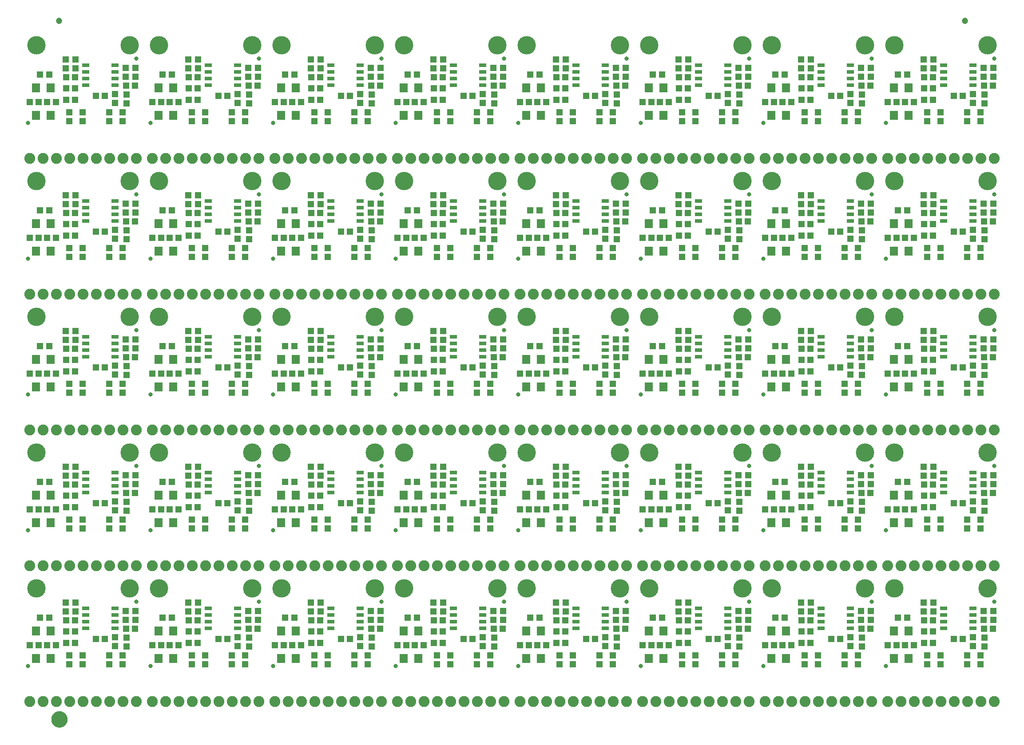
<source format=gts>
G75*
%MOIN*%
%OFA0B0*%
%FSLAX25Y25*%
%IPPOS*%
%LPD*%
%AMOC8*
5,1,8,0,0,1.08239X$1,22.5*
%
%ADD10R,0.06312X0.07099*%
%ADD11R,0.05131X0.04737*%
%ADD12R,0.04737X0.05131*%
%ADD13C,0.08200*%
%ADD14R,0.05524X0.03162*%
%ADD15C,0.13800*%
%ADD16C,0.03300*%
%ADD17C,0.04737*%
%ADD18C,0.05000*%
%ADD19C,0.06706*%
D10*
X0038338Y0066250D03*
X0049362Y0066250D03*
X0049362Y0086750D03*
X0038338Y0086750D03*
X0130338Y0086750D03*
X0141362Y0086750D03*
X0141362Y0066250D03*
X0130338Y0066250D03*
X0222338Y0066250D03*
X0233362Y0066250D03*
X0233362Y0086750D03*
X0222338Y0086750D03*
X0314338Y0086750D03*
X0325362Y0086750D03*
X0325362Y0066250D03*
X0314338Y0066250D03*
X0406338Y0066250D03*
X0417362Y0066250D03*
X0417362Y0086750D03*
X0406338Y0086750D03*
X0498338Y0086750D03*
X0509362Y0086750D03*
X0509362Y0066250D03*
X0498338Y0066250D03*
X0590338Y0066250D03*
X0601362Y0066250D03*
X0601362Y0086750D03*
X0590338Y0086750D03*
X0682338Y0086750D03*
X0693362Y0086750D03*
X0693362Y0066250D03*
X0682338Y0066250D03*
X0682338Y0168250D03*
X0693362Y0168250D03*
X0693362Y0188750D03*
X0682338Y0188750D03*
X0601362Y0188750D03*
X0590338Y0188750D03*
X0590338Y0168250D03*
X0601362Y0168250D03*
X0509362Y0168250D03*
X0498338Y0168250D03*
X0498338Y0188750D03*
X0509362Y0188750D03*
X0417362Y0188750D03*
X0406338Y0188750D03*
X0406338Y0168250D03*
X0417362Y0168250D03*
X0325362Y0168250D03*
X0314338Y0168250D03*
X0314338Y0188750D03*
X0325362Y0188750D03*
X0233362Y0188750D03*
X0222338Y0188750D03*
X0222338Y0168250D03*
X0233362Y0168250D03*
X0141362Y0168250D03*
X0130338Y0168250D03*
X0130338Y0188750D03*
X0141362Y0188750D03*
X0049362Y0188750D03*
X0038338Y0188750D03*
X0038338Y0168250D03*
X0049362Y0168250D03*
X0049362Y0270250D03*
X0038338Y0270250D03*
X0038338Y0290750D03*
X0049362Y0290750D03*
X0130338Y0290750D03*
X0141362Y0290750D03*
X0141362Y0270250D03*
X0130338Y0270250D03*
X0222338Y0270250D03*
X0233362Y0270250D03*
X0233362Y0290750D03*
X0222338Y0290750D03*
X0314338Y0290750D03*
X0325362Y0290750D03*
X0325362Y0270250D03*
X0314338Y0270250D03*
X0406338Y0270250D03*
X0417362Y0270250D03*
X0417362Y0290750D03*
X0406338Y0290750D03*
X0498338Y0290750D03*
X0509362Y0290750D03*
X0509362Y0270250D03*
X0498338Y0270250D03*
X0590338Y0270250D03*
X0601362Y0270250D03*
X0601362Y0290750D03*
X0590338Y0290750D03*
X0682338Y0290750D03*
X0693362Y0290750D03*
X0693362Y0270250D03*
X0682338Y0270250D03*
X0682338Y0372250D03*
X0693362Y0372250D03*
X0693362Y0392750D03*
X0682338Y0392750D03*
X0601362Y0392750D03*
X0590338Y0392750D03*
X0590338Y0372250D03*
X0601362Y0372250D03*
X0509362Y0372250D03*
X0498338Y0372250D03*
X0498338Y0392750D03*
X0509362Y0392750D03*
X0417362Y0392750D03*
X0406338Y0392750D03*
X0406338Y0372250D03*
X0417362Y0372250D03*
X0325362Y0372250D03*
X0314338Y0372250D03*
X0314338Y0392750D03*
X0325362Y0392750D03*
X0233362Y0392750D03*
X0222338Y0392750D03*
X0222338Y0372250D03*
X0233362Y0372250D03*
X0141362Y0372250D03*
X0130338Y0372250D03*
X0130338Y0392750D03*
X0141362Y0392750D03*
X0049362Y0392750D03*
X0038338Y0392750D03*
X0038338Y0372250D03*
X0049362Y0372250D03*
X0049362Y0474250D03*
X0038338Y0474250D03*
X0038338Y0494750D03*
X0049362Y0494750D03*
X0130338Y0494750D03*
X0141362Y0494750D03*
X0141362Y0474250D03*
X0130338Y0474250D03*
X0222338Y0474250D03*
X0233362Y0474250D03*
X0233362Y0494750D03*
X0222338Y0494750D03*
X0314338Y0494750D03*
X0325362Y0494750D03*
X0325362Y0474250D03*
X0314338Y0474250D03*
X0406338Y0474250D03*
X0417362Y0474250D03*
X0417362Y0494750D03*
X0406338Y0494750D03*
X0498338Y0494750D03*
X0509362Y0494750D03*
X0509362Y0474250D03*
X0498338Y0474250D03*
X0590338Y0474250D03*
X0601362Y0474250D03*
X0601362Y0494750D03*
X0590338Y0494750D03*
X0682338Y0494750D03*
X0693362Y0494750D03*
X0693362Y0474250D03*
X0682338Y0474250D03*
D11*
X0684396Y0484250D03*
X0690804Y0484250D03*
X0697496Y0484250D03*
X0704904Y0485850D03*
X0711596Y0485850D03*
X0711596Y0494350D03*
X0704904Y0494350D03*
X0704904Y0502850D03*
X0711596Y0502850D03*
X0692196Y0504750D03*
X0685504Y0504750D03*
X0664596Y0496550D03*
X0657904Y0496550D03*
X0642096Y0488850D03*
X0635404Y0488850D03*
X0619596Y0485850D03*
X0612904Y0485850D03*
X0605496Y0484250D03*
X0598804Y0484250D03*
X0592396Y0484250D03*
X0585704Y0484250D03*
X0572596Y0496550D03*
X0565904Y0496550D03*
X0550096Y0488850D03*
X0543404Y0488850D03*
X0527596Y0485850D03*
X0520904Y0485850D03*
X0513496Y0484250D03*
X0506804Y0484250D03*
X0500396Y0484250D03*
X0493704Y0484250D03*
X0480596Y0496550D03*
X0473904Y0496550D03*
X0458096Y0488850D03*
X0451404Y0488850D03*
X0435596Y0485850D03*
X0428904Y0485850D03*
X0421496Y0484250D03*
X0414804Y0484250D03*
X0408396Y0484250D03*
X0401704Y0484250D03*
X0388596Y0496550D03*
X0381904Y0496550D03*
X0366096Y0488850D03*
X0359404Y0488850D03*
X0343596Y0485850D03*
X0336904Y0485850D03*
X0329496Y0484250D03*
X0322804Y0484250D03*
X0316396Y0484250D03*
X0309704Y0484250D03*
X0296596Y0496550D03*
X0289904Y0496550D03*
X0274096Y0488850D03*
X0267404Y0488850D03*
X0251596Y0485850D03*
X0244904Y0485850D03*
X0237496Y0484250D03*
X0230804Y0484250D03*
X0224396Y0484250D03*
X0217704Y0484250D03*
X0204596Y0496550D03*
X0197904Y0496550D03*
X0182096Y0488850D03*
X0175404Y0488850D03*
X0159596Y0485850D03*
X0152904Y0485850D03*
X0145496Y0484250D03*
X0138804Y0484250D03*
X0132396Y0484250D03*
X0125704Y0484250D03*
X0112596Y0496550D03*
X0105904Y0496550D03*
X0090096Y0488850D03*
X0083404Y0488850D03*
X0067596Y0485850D03*
X0060904Y0485850D03*
X0053496Y0484250D03*
X0046804Y0484250D03*
X0040396Y0484250D03*
X0033704Y0484250D03*
X0041504Y0504750D03*
X0048196Y0504750D03*
X0060904Y0502850D03*
X0067596Y0502850D03*
X0067596Y0494350D03*
X0060904Y0494350D03*
X0133504Y0504750D03*
X0140196Y0504750D03*
X0152904Y0502850D03*
X0159596Y0502850D03*
X0159596Y0494350D03*
X0152904Y0494350D03*
X0225504Y0504750D03*
X0232196Y0504750D03*
X0244904Y0502850D03*
X0251596Y0502850D03*
X0251596Y0494350D03*
X0244904Y0494350D03*
X0317504Y0504750D03*
X0324196Y0504750D03*
X0336904Y0502850D03*
X0343596Y0502850D03*
X0343596Y0494350D03*
X0336904Y0494350D03*
X0409504Y0504750D03*
X0416196Y0504750D03*
X0428904Y0502850D03*
X0435596Y0502850D03*
X0435596Y0494350D03*
X0428904Y0494350D03*
X0501504Y0504750D03*
X0508196Y0504750D03*
X0520904Y0502850D03*
X0527596Y0502850D03*
X0527596Y0494350D03*
X0520904Y0494350D03*
X0593504Y0504750D03*
X0600196Y0504750D03*
X0612904Y0502850D03*
X0619596Y0502850D03*
X0619596Y0494350D03*
X0612904Y0494350D03*
X0677704Y0484250D03*
X0727404Y0488850D03*
X0734096Y0488850D03*
X0749904Y0496550D03*
X0756596Y0496550D03*
X0711596Y0400850D03*
X0704904Y0400850D03*
X0704904Y0392350D03*
X0711596Y0392350D03*
X0711596Y0383850D03*
X0704904Y0383850D03*
X0697496Y0382250D03*
X0690804Y0382250D03*
X0684396Y0382250D03*
X0677704Y0382250D03*
X0664596Y0394550D03*
X0657904Y0394550D03*
X0642096Y0386850D03*
X0635404Y0386850D03*
X0619596Y0383850D03*
X0612904Y0383850D03*
X0605496Y0382250D03*
X0598804Y0382250D03*
X0592396Y0382250D03*
X0585704Y0382250D03*
X0572596Y0394550D03*
X0565904Y0394550D03*
X0550096Y0386850D03*
X0543404Y0386850D03*
X0527596Y0383850D03*
X0520904Y0383850D03*
X0513496Y0382250D03*
X0506804Y0382250D03*
X0500396Y0382250D03*
X0493704Y0382250D03*
X0480596Y0394550D03*
X0473904Y0394550D03*
X0458096Y0386850D03*
X0451404Y0386850D03*
X0435596Y0383850D03*
X0428904Y0383850D03*
X0421496Y0382250D03*
X0414804Y0382250D03*
X0408396Y0382250D03*
X0401704Y0382250D03*
X0388596Y0394550D03*
X0381904Y0394550D03*
X0366096Y0386850D03*
X0359404Y0386850D03*
X0343596Y0383850D03*
X0336904Y0383850D03*
X0329496Y0382250D03*
X0322804Y0382250D03*
X0316396Y0382250D03*
X0309704Y0382250D03*
X0296596Y0394550D03*
X0289904Y0394550D03*
X0274096Y0386850D03*
X0267404Y0386850D03*
X0251596Y0383850D03*
X0244904Y0383850D03*
X0237496Y0382250D03*
X0230804Y0382250D03*
X0224396Y0382250D03*
X0217704Y0382250D03*
X0204596Y0394550D03*
X0197904Y0394550D03*
X0182096Y0386850D03*
X0175404Y0386850D03*
X0159596Y0383850D03*
X0152904Y0383850D03*
X0145496Y0382250D03*
X0138804Y0382250D03*
X0132396Y0382250D03*
X0125704Y0382250D03*
X0112596Y0394550D03*
X0105904Y0394550D03*
X0090096Y0386850D03*
X0083404Y0386850D03*
X0067596Y0383850D03*
X0060904Y0383850D03*
X0053496Y0382250D03*
X0046804Y0382250D03*
X0040396Y0382250D03*
X0033704Y0382250D03*
X0041504Y0402750D03*
X0048196Y0402750D03*
X0060904Y0400850D03*
X0067596Y0400850D03*
X0067596Y0392350D03*
X0060904Y0392350D03*
X0133504Y0402750D03*
X0140196Y0402750D03*
X0152904Y0400850D03*
X0159596Y0400850D03*
X0159596Y0392350D03*
X0152904Y0392350D03*
X0225504Y0402750D03*
X0232196Y0402750D03*
X0244904Y0400850D03*
X0251596Y0400850D03*
X0251596Y0392350D03*
X0244904Y0392350D03*
X0317504Y0402750D03*
X0324196Y0402750D03*
X0336904Y0400850D03*
X0343596Y0400850D03*
X0343596Y0392350D03*
X0336904Y0392350D03*
X0409504Y0402750D03*
X0416196Y0402750D03*
X0428904Y0400850D03*
X0435596Y0400850D03*
X0435596Y0392350D03*
X0428904Y0392350D03*
X0501504Y0402750D03*
X0508196Y0402750D03*
X0520904Y0400850D03*
X0527596Y0400850D03*
X0527596Y0392350D03*
X0520904Y0392350D03*
X0593504Y0402750D03*
X0600196Y0402750D03*
X0612904Y0400850D03*
X0619596Y0400850D03*
X0619596Y0392350D03*
X0612904Y0392350D03*
X0685504Y0402750D03*
X0692196Y0402750D03*
X0727404Y0386850D03*
X0734096Y0386850D03*
X0749904Y0394550D03*
X0756596Y0394550D03*
X0711596Y0298850D03*
X0704904Y0298850D03*
X0704904Y0290350D03*
X0711596Y0290350D03*
X0711596Y0281850D03*
X0704904Y0281850D03*
X0697496Y0280250D03*
X0690804Y0280250D03*
X0684396Y0280250D03*
X0677704Y0280250D03*
X0664596Y0292550D03*
X0657904Y0292550D03*
X0642096Y0284850D03*
X0635404Y0284850D03*
X0619596Y0281850D03*
X0612904Y0281850D03*
X0605496Y0280250D03*
X0598804Y0280250D03*
X0592396Y0280250D03*
X0585704Y0280250D03*
X0572596Y0292550D03*
X0565904Y0292550D03*
X0550096Y0284850D03*
X0543404Y0284850D03*
X0527596Y0281850D03*
X0520904Y0281850D03*
X0513496Y0280250D03*
X0506804Y0280250D03*
X0500396Y0280250D03*
X0493704Y0280250D03*
X0480596Y0292550D03*
X0473904Y0292550D03*
X0458096Y0284850D03*
X0451404Y0284850D03*
X0435596Y0281850D03*
X0428904Y0281850D03*
X0421496Y0280250D03*
X0414804Y0280250D03*
X0408396Y0280250D03*
X0401704Y0280250D03*
X0388596Y0292550D03*
X0381904Y0292550D03*
X0366096Y0284850D03*
X0359404Y0284850D03*
X0343596Y0281850D03*
X0336904Y0281850D03*
X0329496Y0280250D03*
X0322804Y0280250D03*
X0316396Y0280250D03*
X0309704Y0280250D03*
X0296596Y0292550D03*
X0289904Y0292550D03*
X0274096Y0284850D03*
X0267404Y0284850D03*
X0251596Y0281850D03*
X0244904Y0281850D03*
X0237496Y0280250D03*
X0230804Y0280250D03*
X0224396Y0280250D03*
X0217704Y0280250D03*
X0204596Y0292550D03*
X0197904Y0292550D03*
X0182096Y0284850D03*
X0175404Y0284850D03*
X0159596Y0281850D03*
X0152904Y0281850D03*
X0145496Y0280250D03*
X0138804Y0280250D03*
X0132396Y0280250D03*
X0125704Y0280250D03*
X0112596Y0292550D03*
X0105904Y0292550D03*
X0090096Y0284850D03*
X0083404Y0284850D03*
X0067596Y0281850D03*
X0060904Y0281850D03*
X0053496Y0280250D03*
X0046804Y0280250D03*
X0040396Y0280250D03*
X0033704Y0280250D03*
X0041504Y0300750D03*
X0048196Y0300750D03*
X0060904Y0298850D03*
X0067596Y0298850D03*
X0067596Y0290350D03*
X0060904Y0290350D03*
X0133504Y0300750D03*
X0140196Y0300750D03*
X0152904Y0298850D03*
X0159596Y0298850D03*
X0159596Y0290350D03*
X0152904Y0290350D03*
X0225504Y0300750D03*
X0232196Y0300750D03*
X0244904Y0298850D03*
X0251596Y0298850D03*
X0251596Y0290350D03*
X0244904Y0290350D03*
X0317504Y0300750D03*
X0324196Y0300750D03*
X0336904Y0298850D03*
X0343596Y0298850D03*
X0343596Y0290350D03*
X0336904Y0290350D03*
X0409504Y0300750D03*
X0416196Y0300750D03*
X0428904Y0298850D03*
X0435596Y0298850D03*
X0435596Y0290350D03*
X0428904Y0290350D03*
X0501504Y0300750D03*
X0508196Y0300750D03*
X0520904Y0298850D03*
X0527596Y0298850D03*
X0527596Y0290350D03*
X0520904Y0290350D03*
X0593504Y0300750D03*
X0600196Y0300750D03*
X0612904Y0298850D03*
X0619596Y0298850D03*
X0619596Y0290350D03*
X0612904Y0290350D03*
X0685504Y0300750D03*
X0692196Y0300750D03*
X0727404Y0284850D03*
X0734096Y0284850D03*
X0749904Y0292550D03*
X0756596Y0292550D03*
X0711596Y0196850D03*
X0704904Y0196850D03*
X0704904Y0188350D03*
X0711596Y0188350D03*
X0711596Y0179850D03*
X0704904Y0179850D03*
X0697496Y0178250D03*
X0690804Y0178250D03*
X0684396Y0178250D03*
X0677704Y0178250D03*
X0664596Y0190550D03*
X0657904Y0190550D03*
X0642096Y0182850D03*
X0635404Y0182850D03*
X0619596Y0179850D03*
X0612904Y0179850D03*
X0605496Y0178250D03*
X0598804Y0178250D03*
X0592396Y0178250D03*
X0585704Y0178250D03*
X0572596Y0190550D03*
X0565904Y0190550D03*
X0550096Y0182850D03*
X0543404Y0182850D03*
X0527596Y0179850D03*
X0520904Y0179850D03*
X0513496Y0178250D03*
X0506804Y0178250D03*
X0500396Y0178250D03*
X0493704Y0178250D03*
X0480596Y0190550D03*
X0473904Y0190550D03*
X0458096Y0182850D03*
X0451404Y0182850D03*
X0435596Y0179850D03*
X0428904Y0179850D03*
X0421496Y0178250D03*
X0414804Y0178250D03*
X0408396Y0178250D03*
X0401704Y0178250D03*
X0388596Y0190550D03*
X0381904Y0190550D03*
X0366096Y0182850D03*
X0359404Y0182850D03*
X0343596Y0179850D03*
X0336904Y0179850D03*
X0329496Y0178250D03*
X0322804Y0178250D03*
X0316396Y0178250D03*
X0309704Y0178250D03*
X0296596Y0190550D03*
X0289904Y0190550D03*
X0274096Y0182850D03*
X0267404Y0182850D03*
X0251596Y0179850D03*
X0244904Y0179850D03*
X0237496Y0178250D03*
X0230804Y0178250D03*
X0224396Y0178250D03*
X0217704Y0178250D03*
X0204596Y0190550D03*
X0197904Y0190550D03*
X0182096Y0182850D03*
X0175404Y0182850D03*
X0159596Y0179850D03*
X0152904Y0179850D03*
X0145496Y0178250D03*
X0138804Y0178250D03*
X0132396Y0178250D03*
X0125704Y0178250D03*
X0112596Y0190550D03*
X0105904Y0190550D03*
X0090096Y0182850D03*
X0083404Y0182850D03*
X0067596Y0179850D03*
X0060904Y0179850D03*
X0053496Y0178250D03*
X0046804Y0178250D03*
X0040396Y0178250D03*
X0033704Y0178250D03*
X0041504Y0198750D03*
X0048196Y0198750D03*
X0060904Y0196850D03*
X0067596Y0196850D03*
X0067596Y0188350D03*
X0060904Y0188350D03*
X0133504Y0198750D03*
X0140196Y0198750D03*
X0152904Y0196850D03*
X0159596Y0196850D03*
X0159596Y0188350D03*
X0152904Y0188350D03*
X0225504Y0198750D03*
X0232196Y0198750D03*
X0244904Y0196850D03*
X0251596Y0196850D03*
X0251596Y0188350D03*
X0244904Y0188350D03*
X0317504Y0198750D03*
X0324196Y0198750D03*
X0336904Y0196850D03*
X0343596Y0196850D03*
X0343596Y0188350D03*
X0336904Y0188350D03*
X0409504Y0198750D03*
X0416196Y0198750D03*
X0428904Y0196850D03*
X0435596Y0196850D03*
X0435596Y0188350D03*
X0428904Y0188350D03*
X0501504Y0198750D03*
X0508196Y0198750D03*
X0520904Y0196850D03*
X0527596Y0196850D03*
X0527596Y0188350D03*
X0520904Y0188350D03*
X0593504Y0198750D03*
X0600196Y0198750D03*
X0612904Y0196850D03*
X0619596Y0196850D03*
X0619596Y0188350D03*
X0612904Y0188350D03*
X0685504Y0198750D03*
X0692196Y0198750D03*
X0727404Y0182850D03*
X0734096Y0182850D03*
X0749904Y0190550D03*
X0756596Y0190550D03*
X0711596Y0094850D03*
X0704904Y0094850D03*
X0704904Y0086350D03*
X0711596Y0086350D03*
X0711596Y0077850D03*
X0704904Y0077850D03*
X0697496Y0076250D03*
X0690804Y0076250D03*
X0684396Y0076250D03*
X0677704Y0076250D03*
X0664596Y0088550D03*
X0657904Y0088550D03*
X0642096Y0080850D03*
X0635404Y0080850D03*
X0619596Y0077850D03*
X0612904Y0077850D03*
X0605496Y0076250D03*
X0598804Y0076250D03*
X0592396Y0076250D03*
X0585704Y0076250D03*
X0572596Y0088550D03*
X0565904Y0088550D03*
X0550096Y0080850D03*
X0543404Y0080850D03*
X0527596Y0077850D03*
X0520904Y0077850D03*
X0513496Y0076250D03*
X0506804Y0076250D03*
X0500396Y0076250D03*
X0493704Y0076250D03*
X0480596Y0088550D03*
X0473904Y0088550D03*
X0458096Y0080850D03*
X0451404Y0080850D03*
X0435596Y0077850D03*
X0428904Y0077850D03*
X0421496Y0076250D03*
X0414804Y0076250D03*
X0408396Y0076250D03*
X0401704Y0076250D03*
X0388596Y0088550D03*
X0381904Y0088550D03*
X0366096Y0080850D03*
X0359404Y0080850D03*
X0343596Y0077850D03*
X0336904Y0077850D03*
X0329496Y0076250D03*
X0322804Y0076250D03*
X0316396Y0076250D03*
X0309704Y0076250D03*
X0296596Y0088550D03*
X0289904Y0088550D03*
X0274096Y0080850D03*
X0267404Y0080850D03*
X0251596Y0077850D03*
X0244904Y0077850D03*
X0237496Y0076250D03*
X0230804Y0076250D03*
X0224396Y0076250D03*
X0217704Y0076250D03*
X0204596Y0088550D03*
X0197904Y0088550D03*
X0182096Y0080850D03*
X0175404Y0080850D03*
X0159596Y0077850D03*
X0152904Y0077850D03*
X0145496Y0076250D03*
X0138804Y0076250D03*
X0132396Y0076250D03*
X0125704Y0076250D03*
X0112596Y0088550D03*
X0105904Y0088550D03*
X0090096Y0080850D03*
X0083404Y0080850D03*
X0067596Y0077850D03*
X0060904Y0077850D03*
X0053496Y0076250D03*
X0046804Y0076250D03*
X0040396Y0076250D03*
X0033704Y0076250D03*
X0041504Y0096750D03*
X0048196Y0096750D03*
X0060904Y0094850D03*
X0067596Y0094850D03*
X0067596Y0086350D03*
X0060904Y0086350D03*
X0133504Y0096750D03*
X0140196Y0096750D03*
X0152904Y0094850D03*
X0159596Y0094850D03*
X0159596Y0086350D03*
X0152904Y0086350D03*
X0225504Y0096750D03*
X0232196Y0096750D03*
X0244904Y0094850D03*
X0251596Y0094850D03*
X0251596Y0086350D03*
X0244904Y0086350D03*
X0317504Y0096750D03*
X0324196Y0096750D03*
X0336904Y0094850D03*
X0343596Y0094850D03*
X0343596Y0086350D03*
X0336904Y0086350D03*
X0409504Y0096750D03*
X0416196Y0096750D03*
X0428904Y0094850D03*
X0435596Y0094850D03*
X0435596Y0086350D03*
X0428904Y0086350D03*
X0501504Y0096750D03*
X0508196Y0096750D03*
X0520904Y0094850D03*
X0527596Y0094850D03*
X0527596Y0086350D03*
X0520904Y0086350D03*
X0593504Y0096750D03*
X0600196Y0096750D03*
X0612904Y0094850D03*
X0619596Y0094850D03*
X0619596Y0086350D03*
X0612904Y0086350D03*
X0685504Y0096750D03*
X0692196Y0096750D03*
X0727404Y0080850D03*
X0734096Y0080850D03*
X0749904Y0088550D03*
X0756596Y0088550D03*
D12*
X0756850Y0095004D03*
X0756850Y0101696D03*
X0749650Y0101696D03*
X0749650Y0095004D03*
X0750250Y0081696D03*
X0750250Y0075004D03*
X0747350Y0068596D03*
X0747350Y0061904D03*
X0737350Y0061904D03*
X0737350Y0068596D03*
X0741750Y0075504D03*
X0741750Y0082196D03*
X0717350Y0068596D03*
X0717350Y0061904D03*
X0707350Y0061904D03*
X0707350Y0068596D03*
X0704650Y0101304D03*
X0704650Y0107996D03*
X0711850Y0107996D03*
X0711850Y0101304D03*
X0664850Y0101696D03*
X0664850Y0095004D03*
X0657650Y0095004D03*
X0657650Y0101696D03*
X0658250Y0081696D03*
X0658250Y0075004D03*
X0655350Y0068596D03*
X0655350Y0061904D03*
X0645350Y0061904D03*
X0645350Y0068596D03*
X0649750Y0075504D03*
X0649750Y0082196D03*
X0625350Y0068596D03*
X0625350Y0061904D03*
X0615350Y0061904D03*
X0615350Y0068596D03*
X0612650Y0101304D03*
X0612650Y0107996D03*
X0619850Y0107996D03*
X0619850Y0101304D03*
X0572850Y0101696D03*
X0572850Y0095004D03*
X0565650Y0095004D03*
X0565650Y0101696D03*
X0566250Y0081696D03*
X0566250Y0075004D03*
X0563350Y0068596D03*
X0563350Y0061904D03*
X0553350Y0061904D03*
X0553350Y0068596D03*
X0557750Y0075504D03*
X0557750Y0082196D03*
X0533350Y0068596D03*
X0533350Y0061904D03*
X0523350Y0061904D03*
X0523350Y0068596D03*
X0520650Y0101304D03*
X0520650Y0107996D03*
X0527850Y0107996D03*
X0527850Y0101304D03*
X0480850Y0101696D03*
X0480850Y0095004D03*
X0473650Y0095004D03*
X0473650Y0101696D03*
X0474250Y0081696D03*
X0474250Y0075004D03*
X0471350Y0068596D03*
X0471350Y0061904D03*
X0461350Y0061904D03*
X0461350Y0068596D03*
X0465750Y0075504D03*
X0465750Y0082196D03*
X0441350Y0068596D03*
X0441350Y0061904D03*
X0431350Y0061904D03*
X0431350Y0068596D03*
X0428650Y0101304D03*
X0428650Y0107996D03*
X0435850Y0107996D03*
X0435850Y0101304D03*
X0388850Y0101696D03*
X0388850Y0095004D03*
X0381650Y0095004D03*
X0381650Y0101696D03*
X0382250Y0081696D03*
X0382250Y0075004D03*
X0379350Y0068596D03*
X0379350Y0061904D03*
X0369350Y0061904D03*
X0369350Y0068596D03*
X0373750Y0075504D03*
X0373750Y0082196D03*
X0349350Y0068596D03*
X0349350Y0061904D03*
X0339350Y0061904D03*
X0339350Y0068596D03*
X0336650Y0101304D03*
X0336650Y0107996D03*
X0343850Y0107996D03*
X0343850Y0101304D03*
X0296850Y0101696D03*
X0296850Y0095004D03*
X0289650Y0095004D03*
X0289650Y0101696D03*
X0290250Y0081696D03*
X0290250Y0075004D03*
X0287350Y0068596D03*
X0287350Y0061904D03*
X0277350Y0061904D03*
X0277350Y0068596D03*
X0281750Y0075504D03*
X0281750Y0082196D03*
X0257350Y0068596D03*
X0257350Y0061904D03*
X0247350Y0061904D03*
X0247350Y0068596D03*
X0244650Y0101304D03*
X0244650Y0107996D03*
X0251850Y0107996D03*
X0251850Y0101304D03*
X0204850Y0101696D03*
X0204850Y0095004D03*
X0197650Y0095004D03*
X0197650Y0101696D03*
X0198250Y0081696D03*
X0198250Y0075004D03*
X0195350Y0068596D03*
X0195350Y0061904D03*
X0185350Y0061904D03*
X0185350Y0068596D03*
X0189750Y0075504D03*
X0189750Y0082196D03*
X0165350Y0068596D03*
X0165350Y0061904D03*
X0155350Y0061904D03*
X0155350Y0068596D03*
X0112850Y0095004D03*
X0112850Y0101696D03*
X0105650Y0101696D03*
X0105650Y0095004D03*
X0106250Y0081696D03*
X0106250Y0075004D03*
X0103350Y0068596D03*
X0103350Y0061904D03*
X0093350Y0061904D03*
X0093350Y0068596D03*
X0097750Y0075504D03*
X0097750Y0082196D03*
X0073350Y0068596D03*
X0073350Y0061904D03*
X0063350Y0061904D03*
X0063350Y0068596D03*
X0060650Y0101304D03*
X0060650Y0107996D03*
X0067850Y0107996D03*
X0067850Y0101304D03*
X0152650Y0101304D03*
X0152650Y0107996D03*
X0159850Y0107996D03*
X0159850Y0101304D03*
X0155350Y0163904D03*
X0155350Y0170596D03*
X0165350Y0170596D03*
X0165350Y0163904D03*
X0185350Y0163904D03*
X0185350Y0170596D03*
X0189750Y0177504D03*
X0189750Y0184196D03*
X0198250Y0183696D03*
X0198250Y0177004D03*
X0195350Y0170596D03*
X0195350Y0163904D03*
X0197650Y0197004D03*
X0197650Y0203696D03*
X0204850Y0203696D03*
X0204850Y0197004D03*
X0244650Y0203304D03*
X0244650Y0209996D03*
X0251850Y0209996D03*
X0251850Y0203304D03*
X0281750Y0184196D03*
X0281750Y0177504D03*
X0277350Y0170596D03*
X0277350Y0163904D03*
X0287350Y0163904D03*
X0287350Y0170596D03*
X0290250Y0177004D03*
X0290250Y0183696D03*
X0289650Y0197004D03*
X0289650Y0203696D03*
X0296850Y0203696D03*
X0296850Y0197004D03*
X0336650Y0203304D03*
X0336650Y0209996D03*
X0343850Y0209996D03*
X0343850Y0203304D03*
X0373750Y0184196D03*
X0373750Y0177504D03*
X0369350Y0170596D03*
X0369350Y0163904D03*
X0379350Y0163904D03*
X0379350Y0170596D03*
X0382250Y0177004D03*
X0382250Y0183696D03*
X0381650Y0197004D03*
X0381650Y0203696D03*
X0388850Y0203696D03*
X0388850Y0197004D03*
X0349350Y0170596D03*
X0349350Y0163904D03*
X0339350Y0163904D03*
X0339350Y0170596D03*
X0257350Y0170596D03*
X0257350Y0163904D03*
X0247350Y0163904D03*
X0247350Y0170596D03*
X0159850Y0203304D03*
X0159850Y0209996D03*
X0152650Y0209996D03*
X0152650Y0203304D03*
X0112850Y0203696D03*
X0112850Y0197004D03*
X0105650Y0197004D03*
X0105650Y0203696D03*
X0106250Y0183696D03*
X0106250Y0177004D03*
X0103350Y0170596D03*
X0103350Y0163904D03*
X0093350Y0163904D03*
X0093350Y0170596D03*
X0097750Y0177504D03*
X0097750Y0184196D03*
X0073350Y0170596D03*
X0073350Y0163904D03*
X0063350Y0163904D03*
X0063350Y0170596D03*
X0060650Y0203304D03*
X0060650Y0209996D03*
X0067850Y0209996D03*
X0067850Y0203304D03*
X0063350Y0265904D03*
X0073350Y0265904D03*
X0073350Y0272596D03*
X0063350Y0272596D03*
X0093350Y0272596D03*
X0097750Y0279504D03*
X0097750Y0286196D03*
X0106250Y0285696D03*
X0106250Y0279004D03*
X0103350Y0272596D03*
X0103350Y0265904D03*
X0093350Y0265904D03*
X0105650Y0299004D03*
X0105650Y0305696D03*
X0112850Y0305696D03*
X0112850Y0299004D03*
X0152650Y0305304D03*
X0152650Y0311996D03*
X0159850Y0311996D03*
X0159850Y0305304D03*
X0189750Y0286196D03*
X0189750Y0279504D03*
X0185350Y0272596D03*
X0195350Y0272596D03*
X0198250Y0279004D03*
X0198250Y0285696D03*
X0197650Y0299004D03*
X0197650Y0305696D03*
X0204850Y0305696D03*
X0204850Y0299004D03*
X0165350Y0272596D03*
X0165350Y0265904D03*
X0155350Y0265904D03*
X0155350Y0272596D03*
X0185350Y0265904D03*
X0195350Y0265904D03*
X0247350Y0265904D03*
X0257350Y0265904D03*
X0257350Y0272596D03*
X0247350Y0272596D03*
X0277350Y0272596D03*
X0281750Y0279504D03*
X0281750Y0286196D03*
X0290250Y0285696D03*
X0290250Y0279004D03*
X0287350Y0272596D03*
X0287350Y0265904D03*
X0277350Y0265904D03*
X0289650Y0299004D03*
X0289650Y0305696D03*
X0296850Y0305696D03*
X0296850Y0299004D03*
X0336650Y0305304D03*
X0336650Y0311996D03*
X0343850Y0311996D03*
X0343850Y0305304D03*
X0373750Y0286196D03*
X0373750Y0279504D03*
X0369350Y0272596D03*
X0379350Y0272596D03*
X0382250Y0279004D03*
X0382250Y0285696D03*
X0381650Y0299004D03*
X0381650Y0305696D03*
X0388850Y0305696D03*
X0388850Y0299004D03*
X0349350Y0272596D03*
X0339350Y0272596D03*
X0339350Y0265904D03*
X0349350Y0265904D03*
X0369350Y0265904D03*
X0379350Y0265904D03*
X0431350Y0265904D03*
X0441350Y0265904D03*
X0441350Y0272596D03*
X0431350Y0272596D03*
X0461350Y0272596D03*
X0465750Y0279504D03*
X0465750Y0286196D03*
X0474250Y0285696D03*
X0474250Y0279004D03*
X0471350Y0272596D03*
X0471350Y0265904D03*
X0461350Y0265904D03*
X0473650Y0299004D03*
X0473650Y0305696D03*
X0480850Y0305696D03*
X0480850Y0299004D03*
X0520650Y0305304D03*
X0520650Y0311996D03*
X0527850Y0311996D03*
X0527850Y0305304D03*
X0557750Y0286196D03*
X0557750Y0279504D03*
X0553350Y0272596D03*
X0553350Y0265904D03*
X0563350Y0265904D03*
X0563350Y0272596D03*
X0566250Y0279004D03*
X0566250Y0285696D03*
X0565650Y0299004D03*
X0565650Y0305696D03*
X0572850Y0305696D03*
X0572850Y0299004D03*
X0612650Y0305304D03*
X0612650Y0311996D03*
X0619850Y0311996D03*
X0619850Y0305304D03*
X0649750Y0286196D03*
X0649750Y0279504D03*
X0645350Y0272596D03*
X0655350Y0272596D03*
X0658250Y0279004D03*
X0658250Y0285696D03*
X0657650Y0299004D03*
X0657650Y0305696D03*
X0664850Y0305696D03*
X0664850Y0299004D03*
X0625350Y0272596D03*
X0615350Y0272596D03*
X0615350Y0265904D03*
X0625350Y0265904D03*
X0645350Y0265904D03*
X0655350Y0265904D03*
X0707350Y0265904D03*
X0717350Y0265904D03*
X0717350Y0272596D03*
X0707350Y0272596D03*
X0737350Y0272596D03*
X0741750Y0279504D03*
X0741750Y0286196D03*
X0750250Y0285696D03*
X0750250Y0279004D03*
X0747350Y0272596D03*
X0747350Y0265904D03*
X0737350Y0265904D03*
X0749650Y0299004D03*
X0749650Y0305696D03*
X0756850Y0305696D03*
X0756850Y0299004D03*
X0711850Y0305304D03*
X0711850Y0311996D03*
X0704650Y0311996D03*
X0704650Y0305304D03*
X0707350Y0367904D03*
X0707350Y0374596D03*
X0717350Y0374596D03*
X0717350Y0367904D03*
X0737350Y0367904D03*
X0737350Y0374596D03*
X0747350Y0374596D03*
X0747350Y0367904D03*
X0750250Y0381004D03*
X0741750Y0381504D03*
X0741750Y0388196D03*
X0750250Y0387696D03*
X0749650Y0401004D03*
X0749650Y0407696D03*
X0756850Y0407696D03*
X0756850Y0401004D03*
X0711850Y0407304D03*
X0711850Y0413996D03*
X0704650Y0413996D03*
X0704650Y0407304D03*
X0664850Y0407696D03*
X0664850Y0401004D03*
X0657650Y0401004D03*
X0657650Y0407696D03*
X0658250Y0387696D03*
X0649750Y0388196D03*
X0649750Y0381504D03*
X0658250Y0381004D03*
X0655350Y0374596D03*
X0655350Y0367904D03*
X0645350Y0367904D03*
X0645350Y0374596D03*
X0625350Y0374596D03*
X0625350Y0367904D03*
X0615350Y0367904D03*
X0615350Y0374596D03*
X0572850Y0401004D03*
X0572850Y0407696D03*
X0565650Y0407696D03*
X0565650Y0401004D03*
X0566250Y0387696D03*
X0557750Y0388196D03*
X0557750Y0381504D03*
X0566250Y0381004D03*
X0563350Y0374596D03*
X0563350Y0367904D03*
X0553350Y0367904D03*
X0553350Y0374596D03*
X0533350Y0374596D03*
X0533350Y0367904D03*
X0523350Y0367904D03*
X0523350Y0374596D03*
X0480850Y0401004D03*
X0480850Y0407696D03*
X0473650Y0407696D03*
X0473650Y0401004D03*
X0474250Y0387696D03*
X0465750Y0388196D03*
X0465750Y0381504D03*
X0474250Y0381004D03*
X0471350Y0374596D03*
X0471350Y0367904D03*
X0461350Y0367904D03*
X0461350Y0374596D03*
X0441350Y0374596D03*
X0441350Y0367904D03*
X0431350Y0367904D03*
X0431350Y0374596D03*
X0382250Y0381004D03*
X0379350Y0374596D03*
X0379350Y0367904D03*
X0369350Y0367904D03*
X0369350Y0374596D03*
X0373750Y0381504D03*
X0373750Y0388196D03*
X0382250Y0387696D03*
X0381650Y0401004D03*
X0381650Y0407696D03*
X0388850Y0407696D03*
X0388850Y0401004D03*
X0428650Y0407304D03*
X0428650Y0413996D03*
X0435850Y0413996D03*
X0435850Y0407304D03*
X0431350Y0469904D03*
X0431350Y0476596D03*
X0441350Y0476596D03*
X0441350Y0469904D03*
X0461350Y0469904D03*
X0461350Y0476596D03*
X0465750Y0483504D03*
X0465750Y0490196D03*
X0474250Y0489696D03*
X0474250Y0483004D03*
X0471350Y0476596D03*
X0471350Y0469904D03*
X0473650Y0503004D03*
X0473650Y0509696D03*
X0480850Y0509696D03*
X0480850Y0503004D03*
X0520650Y0509304D03*
X0520650Y0515996D03*
X0527850Y0515996D03*
X0527850Y0509304D03*
X0557750Y0490196D03*
X0557750Y0483504D03*
X0553350Y0476596D03*
X0553350Y0469904D03*
X0563350Y0469904D03*
X0563350Y0476596D03*
X0566250Y0483004D03*
X0566250Y0489696D03*
X0565650Y0503004D03*
X0565650Y0509696D03*
X0572850Y0509696D03*
X0572850Y0503004D03*
X0612650Y0509304D03*
X0612650Y0515996D03*
X0619850Y0515996D03*
X0619850Y0509304D03*
X0649750Y0490196D03*
X0649750Y0483504D03*
X0645350Y0476596D03*
X0645350Y0469904D03*
X0655350Y0469904D03*
X0655350Y0476596D03*
X0658250Y0483004D03*
X0658250Y0489696D03*
X0657650Y0503004D03*
X0657650Y0509696D03*
X0664850Y0509696D03*
X0664850Y0503004D03*
X0704650Y0509304D03*
X0704650Y0515996D03*
X0711850Y0515996D03*
X0711850Y0509304D03*
X0741750Y0490196D03*
X0741750Y0483504D03*
X0737350Y0476596D03*
X0737350Y0469904D03*
X0747350Y0469904D03*
X0747350Y0476596D03*
X0750250Y0483004D03*
X0750250Y0489696D03*
X0749650Y0503004D03*
X0749650Y0509696D03*
X0756850Y0509696D03*
X0756850Y0503004D03*
X0717350Y0476596D03*
X0717350Y0469904D03*
X0707350Y0469904D03*
X0707350Y0476596D03*
X0625350Y0476596D03*
X0625350Y0469904D03*
X0615350Y0469904D03*
X0615350Y0476596D03*
X0612650Y0413996D03*
X0612650Y0407304D03*
X0619850Y0407304D03*
X0619850Y0413996D03*
X0533350Y0469904D03*
X0533350Y0476596D03*
X0523350Y0476596D03*
X0523350Y0469904D03*
X0520650Y0413996D03*
X0520650Y0407304D03*
X0527850Y0407304D03*
X0527850Y0413996D03*
X0435850Y0509304D03*
X0435850Y0515996D03*
X0428650Y0515996D03*
X0428650Y0509304D03*
X0388850Y0509696D03*
X0388850Y0503004D03*
X0381650Y0503004D03*
X0381650Y0509696D03*
X0382250Y0489696D03*
X0382250Y0483004D03*
X0379350Y0476596D03*
X0379350Y0469904D03*
X0369350Y0469904D03*
X0369350Y0476596D03*
X0373750Y0483504D03*
X0373750Y0490196D03*
X0349350Y0476596D03*
X0349350Y0469904D03*
X0339350Y0469904D03*
X0339350Y0476596D03*
X0296850Y0503004D03*
X0296850Y0509696D03*
X0289650Y0509696D03*
X0289650Y0503004D03*
X0290250Y0489696D03*
X0290250Y0483004D03*
X0287350Y0476596D03*
X0287350Y0469904D03*
X0277350Y0469904D03*
X0277350Y0476596D03*
X0281750Y0483504D03*
X0281750Y0490196D03*
X0257350Y0476596D03*
X0257350Y0469904D03*
X0247350Y0469904D03*
X0247350Y0476596D03*
X0204850Y0503004D03*
X0204850Y0509696D03*
X0197650Y0509696D03*
X0197650Y0503004D03*
X0198250Y0489696D03*
X0198250Y0483004D03*
X0195350Y0476596D03*
X0195350Y0469904D03*
X0185350Y0469904D03*
X0185350Y0476596D03*
X0189750Y0483504D03*
X0189750Y0490196D03*
X0165350Y0476596D03*
X0165350Y0469904D03*
X0155350Y0469904D03*
X0155350Y0476596D03*
X0106250Y0483004D03*
X0106250Y0489696D03*
X0097750Y0490196D03*
X0097750Y0483504D03*
X0093350Y0476596D03*
X0093350Y0469904D03*
X0103350Y0469904D03*
X0103350Y0476596D03*
X0073350Y0476596D03*
X0073350Y0469904D03*
X0063350Y0469904D03*
X0063350Y0476596D03*
X0105650Y0503004D03*
X0105650Y0509696D03*
X0112850Y0509696D03*
X0112850Y0503004D03*
X0152650Y0509304D03*
X0152650Y0515996D03*
X0159850Y0515996D03*
X0159850Y0509304D03*
X0244650Y0509304D03*
X0244650Y0515996D03*
X0251850Y0515996D03*
X0251850Y0509304D03*
X0336650Y0509304D03*
X0336650Y0515996D03*
X0343850Y0515996D03*
X0343850Y0509304D03*
X0343850Y0413996D03*
X0343850Y0407304D03*
X0336650Y0407304D03*
X0336650Y0413996D03*
X0296850Y0407696D03*
X0296850Y0401004D03*
X0289650Y0401004D03*
X0289650Y0407696D03*
X0290250Y0387696D03*
X0281750Y0388196D03*
X0281750Y0381504D03*
X0290250Y0381004D03*
X0287350Y0374596D03*
X0287350Y0367904D03*
X0277350Y0367904D03*
X0277350Y0374596D03*
X0257350Y0374596D03*
X0257350Y0367904D03*
X0247350Y0367904D03*
X0247350Y0374596D03*
X0204850Y0401004D03*
X0204850Y0407696D03*
X0197650Y0407696D03*
X0197650Y0401004D03*
X0198250Y0387696D03*
X0189750Y0388196D03*
X0189750Y0381504D03*
X0198250Y0381004D03*
X0195350Y0374596D03*
X0195350Y0367904D03*
X0185350Y0367904D03*
X0185350Y0374596D03*
X0165350Y0374596D03*
X0165350Y0367904D03*
X0155350Y0367904D03*
X0155350Y0374596D03*
X0106250Y0381004D03*
X0103350Y0374596D03*
X0103350Y0367904D03*
X0093350Y0367904D03*
X0093350Y0374596D03*
X0097750Y0381504D03*
X0097750Y0388196D03*
X0106250Y0387696D03*
X0105650Y0401004D03*
X0105650Y0407696D03*
X0112850Y0407696D03*
X0112850Y0401004D03*
X0152650Y0407304D03*
X0152650Y0413996D03*
X0159850Y0413996D03*
X0159850Y0407304D03*
X0244650Y0407304D03*
X0244650Y0413996D03*
X0251850Y0413996D03*
X0251850Y0407304D03*
X0339350Y0374596D03*
X0339350Y0367904D03*
X0349350Y0367904D03*
X0349350Y0374596D03*
X0428650Y0311996D03*
X0428650Y0305304D03*
X0435850Y0305304D03*
X0435850Y0311996D03*
X0523350Y0272596D03*
X0533350Y0272596D03*
X0533350Y0265904D03*
X0523350Y0265904D03*
X0520650Y0209996D03*
X0520650Y0203304D03*
X0527850Y0203304D03*
X0527850Y0209996D03*
X0557750Y0184196D03*
X0557750Y0177504D03*
X0553350Y0170596D03*
X0553350Y0163904D03*
X0563350Y0163904D03*
X0563350Y0170596D03*
X0566250Y0177004D03*
X0566250Y0183696D03*
X0565650Y0197004D03*
X0565650Y0203696D03*
X0572850Y0203696D03*
X0572850Y0197004D03*
X0612650Y0203304D03*
X0612650Y0209996D03*
X0619850Y0209996D03*
X0619850Y0203304D03*
X0649750Y0184196D03*
X0649750Y0177504D03*
X0645350Y0170596D03*
X0645350Y0163904D03*
X0655350Y0163904D03*
X0655350Y0170596D03*
X0658250Y0177004D03*
X0658250Y0183696D03*
X0657650Y0197004D03*
X0657650Y0203696D03*
X0664850Y0203696D03*
X0664850Y0197004D03*
X0625350Y0170596D03*
X0625350Y0163904D03*
X0615350Y0163904D03*
X0615350Y0170596D03*
X0533350Y0170596D03*
X0533350Y0163904D03*
X0523350Y0163904D03*
X0523350Y0170596D03*
X0480850Y0197004D03*
X0480850Y0203696D03*
X0473650Y0203696D03*
X0473650Y0197004D03*
X0474250Y0183696D03*
X0474250Y0177004D03*
X0471350Y0170596D03*
X0471350Y0163904D03*
X0461350Y0163904D03*
X0461350Y0170596D03*
X0465750Y0177504D03*
X0465750Y0184196D03*
X0441350Y0170596D03*
X0441350Y0163904D03*
X0431350Y0163904D03*
X0431350Y0170596D03*
X0428650Y0203304D03*
X0428650Y0209996D03*
X0435850Y0209996D03*
X0435850Y0203304D03*
X0251850Y0305304D03*
X0251850Y0311996D03*
X0244650Y0311996D03*
X0244650Y0305304D03*
X0073350Y0367904D03*
X0073350Y0374596D03*
X0063350Y0374596D03*
X0063350Y0367904D03*
X0060650Y0407304D03*
X0060650Y0413996D03*
X0067850Y0413996D03*
X0067850Y0407304D03*
X0067850Y0311996D03*
X0067850Y0305304D03*
X0060650Y0305304D03*
X0060650Y0311996D03*
X0060650Y0509304D03*
X0060650Y0515996D03*
X0067850Y0515996D03*
X0067850Y0509304D03*
X0704650Y0209996D03*
X0704650Y0203304D03*
X0711850Y0203304D03*
X0711850Y0209996D03*
X0749650Y0203696D03*
X0749650Y0197004D03*
X0756850Y0197004D03*
X0756850Y0203696D03*
X0750250Y0183696D03*
X0750250Y0177004D03*
X0747350Y0170596D03*
X0747350Y0163904D03*
X0737350Y0163904D03*
X0737350Y0170596D03*
X0741750Y0177504D03*
X0741750Y0184196D03*
X0717350Y0170596D03*
X0717350Y0163904D03*
X0707350Y0163904D03*
X0707350Y0170596D03*
D13*
X0033750Y0033750D03*
X0043750Y0033750D03*
X0053750Y0033750D03*
X0063750Y0033750D03*
X0073750Y0033750D03*
X0083750Y0033750D03*
X0093750Y0033750D03*
X0103750Y0033750D03*
X0113750Y0033750D03*
X0125750Y0033750D03*
X0135750Y0033750D03*
X0145750Y0033750D03*
X0155750Y0033750D03*
X0165750Y0033750D03*
X0175750Y0033750D03*
X0185750Y0033750D03*
X0195750Y0033750D03*
X0205750Y0033750D03*
X0217750Y0033750D03*
X0227750Y0033750D03*
X0237750Y0033750D03*
X0247750Y0033750D03*
X0257750Y0033750D03*
X0267750Y0033750D03*
X0277750Y0033750D03*
X0287750Y0033750D03*
X0297750Y0033750D03*
X0309750Y0033750D03*
X0319750Y0033750D03*
X0329750Y0033750D03*
X0339750Y0033750D03*
X0349750Y0033750D03*
X0359750Y0033750D03*
X0369750Y0033750D03*
X0379750Y0033750D03*
X0389750Y0033750D03*
X0401750Y0033750D03*
X0411750Y0033750D03*
X0421750Y0033750D03*
X0431750Y0033750D03*
X0441750Y0033750D03*
X0451750Y0033750D03*
X0461750Y0033750D03*
X0471750Y0033750D03*
X0481750Y0033750D03*
X0493750Y0033750D03*
X0503750Y0033750D03*
X0513750Y0033750D03*
X0523750Y0033750D03*
X0533750Y0033750D03*
X0543750Y0033750D03*
X0553750Y0033750D03*
X0563750Y0033750D03*
X0573750Y0033750D03*
X0585750Y0033750D03*
X0595750Y0033750D03*
X0605750Y0033750D03*
X0615750Y0033750D03*
X0625750Y0033750D03*
X0635750Y0033750D03*
X0645750Y0033750D03*
X0655750Y0033750D03*
X0665750Y0033750D03*
X0677750Y0033750D03*
X0687750Y0033750D03*
X0697750Y0033750D03*
X0707750Y0033750D03*
X0717750Y0033750D03*
X0727750Y0033750D03*
X0737750Y0033750D03*
X0747750Y0033750D03*
X0757750Y0033750D03*
X0757750Y0135750D03*
X0747750Y0135750D03*
X0737750Y0135750D03*
X0727750Y0135750D03*
X0717750Y0135750D03*
X0707750Y0135750D03*
X0697750Y0135750D03*
X0687750Y0135750D03*
X0677750Y0135750D03*
X0665750Y0135750D03*
X0655750Y0135750D03*
X0645750Y0135750D03*
X0635750Y0135750D03*
X0625750Y0135750D03*
X0615750Y0135750D03*
X0605750Y0135750D03*
X0595750Y0135750D03*
X0585750Y0135750D03*
X0573750Y0135750D03*
X0563750Y0135750D03*
X0553750Y0135750D03*
X0543750Y0135750D03*
X0533750Y0135750D03*
X0523750Y0135750D03*
X0513750Y0135750D03*
X0503750Y0135750D03*
X0493750Y0135750D03*
X0481750Y0135750D03*
X0471750Y0135750D03*
X0461750Y0135750D03*
X0451750Y0135750D03*
X0441750Y0135750D03*
X0431750Y0135750D03*
X0421750Y0135750D03*
X0411750Y0135750D03*
X0401750Y0135750D03*
X0389750Y0135750D03*
X0379750Y0135750D03*
X0369750Y0135750D03*
X0359750Y0135750D03*
X0349750Y0135750D03*
X0339750Y0135750D03*
X0329750Y0135750D03*
X0319750Y0135750D03*
X0309750Y0135750D03*
X0297750Y0135750D03*
X0287750Y0135750D03*
X0277750Y0135750D03*
X0267750Y0135750D03*
X0257750Y0135750D03*
X0247750Y0135750D03*
X0237750Y0135750D03*
X0227750Y0135750D03*
X0217750Y0135750D03*
X0205750Y0135750D03*
X0195750Y0135750D03*
X0185750Y0135750D03*
X0175750Y0135750D03*
X0165750Y0135750D03*
X0155750Y0135750D03*
X0145750Y0135750D03*
X0135750Y0135750D03*
X0125750Y0135750D03*
X0113750Y0135750D03*
X0103750Y0135750D03*
X0093750Y0135750D03*
X0083750Y0135750D03*
X0073750Y0135750D03*
X0063750Y0135750D03*
X0053750Y0135750D03*
X0043750Y0135750D03*
X0033750Y0135750D03*
X0033750Y0237750D03*
X0043750Y0237750D03*
X0053750Y0237750D03*
X0063750Y0237750D03*
X0073750Y0237750D03*
X0083750Y0237750D03*
X0093750Y0237750D03*
X0103750Y0237750D03*
X0113750Y0237750D03*
X0125750Y0237750D03*
X0135750Y0237750D03*
X0145750Y0237750D03*
X0155750Y0237750D03*
X0165750Y0237750D03*
X0175750Y0237750D03*
X0185750Y0237750D03*
X0195750Y0237750D03*
X0205750Y0237750D03*
X0217750Y0237750D03*
X0227750Y0237750D03*
X0237750Y0237750D03*
X0247750Y0237750D03*
X0257750Y0237750D03*
X0267750Y0237750D03*
X0277750Y0237750D03*
X0287750Y0237750D03*
X0297750Y0237750D03*
X0309750Y0237750D03*
X0319750Y0237750D03*
X0329750Y0237750D03*
X0339750Y0237750D03*
X0349750Y0237750D03*
X0359750Y0237750D03*
X0369750Y0237750D03*
X0379750Y0237750D03*
X0389750Y0237750D03*
X0401750Y0237750D03*
X0411750Y0237750D03*
X0421750Y0237750D03*
X0431750Y0237750D03*
X0441750Y0237750D03*
X0451750Y0237750D03*
X0461750Y0237750D03*
X0471750Y0237750D03*
X0481750Y0237750D03*
X0493750Y0237750D03*
X0503750Y0237750D03*
X0513750Y0237750D03*
X0523750Y0237750D03*
X0533750Y0237750D03*
X0543750Y0237750D03*
X0553750Y0237750D03*
X0563750Y0237750D03*
X0573750Y0237750D03*
X0585750Y0237750D03*
X0595750Y0237750D03*
X0605750Y0237750D03*
X0615750Y0237750D03*
X0625750Y0237750D03*
X0635750Y0237750D03*
X0645750Y0237750D03*
X0655750Y0237750D03*
X0665750Y0237750D03*
X0677750Y0237750D03*
X0687750Y0237750D03*
X0697750Y0237750D03*
X0707750Y0237750D03*
X0717750Y0237750D03*
X0727750Y0237750D03*
X0737750Y0237750D03*
X0747750Y0237750D03*
X0757750Y0237750D03*
X0757750Y0339750D03*
X0747750Y0339750D03*
X0737750Y0339750D03*
X0727750Y0339750D03*
X0717750Y0339750D03*
X0707750Y0339750D03*
X0697750Y0339750D03*
X0687750Y0339750D03*
X0677750Y0339750D03*
X0665750Y0339750D03*
X0655750Y0339750D03*
X0645750Y0339750D03*
X0635750Y0339750D03*
X0625750Y0339750D03*
X0615750Y0339750D03*
X0605750Y0339750D03*
X0595750Y0339750D03*
X0585750Y0339750D03*
X0573750Y0339750D03*
X0563750Y0339750D03*
X0553750Y0339750D03*
X0543750Y0339750D03*
X0533750Y0339750D03*
X0523750Y0339750D03*
X0513750Y0339750D03*
X0503750Y0339750D03*
X0493750Y0339750D03*
X0481750Y0339750D03*
X0471750Y0339750D03*
X0461750Y0339750D03*
X0451750Y0339750D03*
X0441750Y0339750D03*
X0431750Y0339750D03*
X0421750Y0339750D03*
X0411750Y0339750D03*
X0401750Y0339750D03*
X0389750Y0339750D03*
X0379750Y0339750D03*
X0369750Y0339750D03*
X0359750Y0339750D03*
X0349750Y0339750D03*
X0339750Y0339750D03*
X0329750Y0339750D03*
X0319750Y0339750D03*
X0309750Y0339750D03*
X0297750Y0339750D03*
X0287750Y0339750D03*
X0277750Y0339750D03*
X0267750Y0339750D03*
X0257750Y0339750D03*
X0247750Y0339750D03*
X0237750Y0339750D03*
X0227750Y0339750D03*
X0217750Y0339750D03*
X0205750Y0339750D03*
X0195750Y0339750D03*
X0185750Y0339750D03*
X0175750Y0339750D03*
X0165750Y0339750D03*
X0155750Y0339750D03*
X0145750Y0339750D03*
X0135750Y0339750D03*
X0125750Y0339750D03*
X0113750Y0339750D03*
X0103750Y0339750D03*
X0093750Y0339750D03*
X0083750Y0339750D03*
X0073750Y0339750D03*
X0063750Y0339750D03*
X0053750Y0339750D03*
X0043750Y0339750D03*
X0033750Y0339750D03*
X0033750Y0441750D03*
X0043750Y0441750D03*
X0053750Y0441750D03*
X0063750Y0441750D03*
X0073750Y0441750D03*
X0083750Y0441750D03*
X0093750Y0441750D03*
X0103750Y0441750D03*
X0113750Y0441750D03*
X0125750Y0441750D03*
X0135750Y0441750D03*
X0145750Y0441750D03*
X0155750Y0441750D03*
X0165750Y0441750D03*
X0175750Y0441750D03*
X0185750Y0441750D03*
X0195750Y0441750D03*
X0205750Y0441750D03*
X0217750Y0441750D03*
X0227750Y0441750D03*
X0237750Y0441750D03*
X0247750Y0441750D03*
X0257750Y0441750D03*
X0267750Y0441750D03*
X0277750Y0441750D03*
X0287750Y0441750D03*
X0297750Y0441750D03*
X0309750Y0441750D03*
X0319750Y0441750D03*
X0329750Y0441750D03*
X0339750Y0441750D03*
X0349750Y0441750D03*
X0359750Y0441750D03*
X0369750Y0441750D03*
X0379750Y0441750D03*
X0389750Y0441750D03*
X0401750Y0441750D03*
X0411750Y0441750D03*
X0421750Y0441750D03*
X0431750Y0441750D03*
X0441750Y0441750D03*
X0451750Y0441750D03*
X0461750Y0441750D03*
X0471750Y0441750D03*
X0481750Y0441750D03*
X0493750Y0441750D03*
X0503750Y0441750D03*
X0513750Y0441750D03*
X0523750Y0441750D03*
X0533750Y0441750D03*
X0543750Y0441750D03*
X0553750Y0441750D03*
X0563750Y0441750D03*
X0573750Y0441750D03*
X0585750Y0441750D03*
X0595750Y0441750D03*
X0605750Y0441750D03*
X0615750Y0441750D03*
X0625750Y0441750D03*
X0635750Y0441750D03*
X0645750Y0441750D03*
X0655750Y0441750D03*
X0665750Y0441750D03*
X0677750Y0441750D03*
X0687750Y0441750D03*
X0697750Y0441750D03*
X0707750Y0441750D03*
X0717750Y0441750D03*
X0727750Y0441750D03*
X0737750Y0441750D03*
X0747750Y0441750D03*
X0757750Y0441750D03*
D14*
X0741774Y0409850D03*
X0741774Y0404850D03*
X0741774Y0399850D03*
X0741774Y0394850D03*
X0719726Y0394850D03*
X0719726Y0399850D03*
X0719726Y0404850D03*
X0719726Y0409850D03*
X0649774Y0409850D03*
X0649774Y0404850D03*
X0649774Y0399850D03*
X0649774Y0394850D03*
X0627726Y0394850D03*
X0627726Y0399850D03*
X0627726Y0404850D03*
X0627726Y0409850D03*
X0557774Y0409850D03*
X0557774Y0404850D03*
X0557774Y0399850D03*
X0557774Y0394850D03*
X0535726Y0394850D03*
X0535726Y0399850D03*
X0535726Y0404850D03*
X0535726Y0409850D03*
X0465774Y0409850D03*
X0465774Y0404850D03*
X0465774Y0399850D03*
X0465774Y0394850D03*
X0443726Y0394850D03*
X0443726Y0399850D03*
X0443726Y0404850D03*
X0443726Y0409850D03*
X0373774Y0409850D03*
X0373774Y0404850D03*
X0373774Y0399850D03*
X0373774Y0394850D03*
X0351726Y0394850D03*
X0351726Y0399850D03*
X0351726Y0404850D03*
X0351726Y0409850D03*
X0281774Y0409850D03*
X0281774Y0404850D03*
X0281774Y0399850D03*
X0281774Y0394850D03*
X0259726Y0394850D03*
X0259726Y0399850D03*
X0259726Y0404850D03*
X0259726Y0409850D03*
X0189774Y0409850D03*
X0189774Y0404850D03*
X0189774Y0399850D03*
X0189774Y0394850D03*
X0167726Y0394850D03*
X0167726Y0399850D03*
X0167726Y0404850D03*
X0167726Y0409850D03*
X0097774Y0409850D03*
X0097774Y0404850D03*
X0097774Y0399850D03*
X0097774Y0394850D03*
X0075726Y0394850D03*
X0075726Y0399850D03*
X0075726Y0404850D03*
X0075726Y0409850D03*
X0075726Y0496850D03*
X0075726Y0501850D03*
X0075726Y0506850D03*
X0075726Y0511850D03*
X0097774Y0511850D03*
X0097774Y0506850D03*
X0097774Y0501850D03*
X0097774Y0496850D03*
X0167726Y0496850D03*
X0167726Y0501850D03*
X0167726Y0506850D03*
X0167726Y0511850D03*
X0189774Y0511850D03*
X0189774Y0506850D03*
X0189774Y0501850D03*
X0189774Y0496850D03*
X0259726Y0496850D03*
X0259726Y0501850D03*
X0259726Y0506850D03*
X0259726Y0511850D03*
X0281774Y0511850D03*
X0281774Y0506850D03*
X0281774Y0501850D03*
X0281774Y0496850D03*
X0351726Y0496850D03*
X0351726Y0501850D03*
X0351726Y0506850D03*
X0351726Y0511850D03*
X0373774Y0511850D03*
X0373774Y0506850D03*
X0373774Y0501850D03*
X0373774Y0496850D03*
X0443726Y0496850D03*
X0443726Y0501850D03*
X0443726Y0506850D03*
X0443726Y0511850D03*
X0465774Y0511850D03*
X0465774Y0506850D03*
X0465774Y0501850D03*
X0465774Y0496850D03*
X0535726Y0496850D03*
X0535726Y0501850D03*
X0535726Y0506850D03*
X0535726Y0511850D03*
X0557774Y0511850D03*
X0557774Y0506850D03*
X0557774Y0501850D03*
X0557774Y0496850D03*
X0627726Y0496850D03*
X0627726Y0501850D03*
X0627726Y0506850D03*
X0627726Y0511850D03*
X0649774Y0511850D03*
X0649774Y0506850D03*
X0649774Y0501850D03*
X0649774Y0496850D03*
X0719726Y0496850D03*
X0719726Y0501850D03*
X0719726Y0506850D03*
X0719726Y0511850D03*
X0741774Y0511850D03*
X0741774Y0506850D03*
X0741774Y0501850D03*
X0741774Y0496850D03*
X0741774Y0307850D03*
X0741774Y0302850D03*
X0741774Y0297850D03*
X0741774Y0292850D03*
X0719726Y0292850D03*
X0719726Y0297850D03*
X0719726Y0302850D03*
X0719726Y0307850D03*
X0649774Y0307850D03*
X0649774Y0302850D03*
X0649774Y0297850D03*
X0649774Y0292850D03*
X0627726Y0292850D03*
X0627726Y0297850D03*
X0627726Y0302850D03*
X0627726Y0307850D03*
X0557774Y0307850D03*
X0557774Y0302850D03*
X0557774Y0297850D03*
X0557774Y0292850D03*
X0535726Y0292850D03*
X0535726Y0297850D03*
X0535726Y0302850D03*
X0535726Y0307850D03*
X0465774Y0307850D03*
X0465774Y0302850D03*
X0465774Y0297850D03*
X0465774Y0292850D03*
X0443726Y0292850D03*
X0443726Y0297850D03*
X0443726Y0302850D03*
X0443726Y0307850D03*
X0373774Y0307850D03*
X0373774Y0302850D03*
X0373774Y0297850D03*
X0373774Y0292850D03*
X0351726Y0292850D03*
X0351726Y0297850D03*
X0351726Y0302850D03*
X0351726Y0307850D03*
X0281774Y0307850D03*
X0281774Y0302850D03*
X0281774Y0297850D03*
X0281774Y0292850D03*
X0259726Y0292850D03*
X0259726Y0297850D03*
X0259726Y0302850D03*
X0259726Y0307850D03*
X0189774Y0307850D03*
X0189774Y0302850D03*
X0189774Y0297850D03*
X0189774Y0292850D03*
X0167726Y0292850D03*
X0167726Y0297850D03*
X0167726Y0302850D03*
X0167726Y0307850D03*
X0097774Y0307850D03*
X0097774Y0302850D03*
X0097774Y0297850D03*
X0097774Y0292850D03*
X0075726Y0292850D03*
X0075726Y0297850D03*
X0075726Y0302850D03*
X0075726Y0307850D03*
X0075726Y0205850D03*
X0075726Y0200850D03*
X0075726Y0195850D03*
X0075726Y0190850D03*
X0097774Y0190850D03*
X0097774Y0195850D03*
X0097774Y0200850D03*
X0097774Y0205850D03*
X0167726Y0205850D03*
X0167726Y0200850D03*
X0167726Y0195850D03*
X0167726Y0190850D03*
X0189774Y0190850D03*
X0189774Y0195850D03*
X0189774Y0200850D03*
X0189774Y0205850D03*
X0259726Y0205850D03*
X0259726Y0200850D03*
X0259726Y0195850D03*
X0259726Y0190850D03*
X0281774Y0190850D03*
X0281774Y0195850D03*
X0281774Y0200850D03*
X0281774Y0205850D03*
X0351726Y0205850D03*
X0351726Y0200850D03*
X0351726Y0195850D03*
X0351726Y0190850D03*
X0373774Y0190850D03*
X0373774Y0195850D03*
X0373774Y0200850D03*
X0373774Y0205850D03*
X0443726Y0205850D03*
X0443726Y0200850D03*
X0443726Y0195850D03*
X0443726Y0190850D03*
X0465774Y0190850D03*
X0465774Y0195850D03*
X0465774Y0200850D03*
X0465774Y0205850D03*
X0535726Y0205850D03*
X0535726Y0200850D03*
X0535726Y0195850D03*
X0535726Y0190850D03*
X0557774Y0190850D03*
X0557774Y0195850D03*
X0557774Y0200850D03*
X0557774Y0205850D03*
X0627726Y0205850D03*
X0627726Y0200850D03*
X0627726Y0195850D03*
X0627726Y0190850D03*
X0649774Y0190850D03*
X0649774Y0195850D03*
X0649774Y0200850D03*
X0649774Y0205850D03*
X0719726Y0205850D03*
X0719726Y0200850D03*
X0719726Y0195850D03*
X0719726Y0190850D03*
X0741774Y0190850D03*
X0741774Y0195850D03*
X0741774Y0200850D03*
X0741774Y0205850D03*
X0741774Y0103850D03*
X0741774Y0098850D03*
X0741774Y0093850D03*
X0741774Y0088850D03*
X0719726Y0088850D03*
X0719726Y0093850D03*
X0719726Y0098850D03*
X0719726Y0103850D03*
X0649774Y0103850D03*
X0649774Y0098850D03*
X0649774Y0093850D03*
X0649774Y0088850D03*
X0627726Y0088850D03*
X0627726Y0093850D03*
X0627726Y0098850D03*
X0627726Y0103850D03*
X0557774Y0103850D03*
X0557774Y0098850D03*
X0557774Y0093850D03*
X0557774Y0088850D03*
X0535726Y0088850D03*
X0535726Y0093850D03*
X0535726Y0098850D03*
X0535726Y0103850D03*
X0465774Y0103850D03*
X0465774Y0098850D03*
X0465774Y0093850D03*
X0465774Y0088850D03*
X0443726Y0088850D03*
X0443726Y0093850D03*
X0443726Y0098850D03*
X0443726Y0103850D03*
X0373774Y0103850D03*
X0373774Y0098850D03*
X0373774Y0093850D03*
X0373774Y0088850D03*
X0351726Y0088850D03*
X0351726Y0093850D03*
X0351726Y0098850D03*
X0351726Y0103850D03*
X0281774Y0103850D03*
X0281774Y0098850D03*
X0281774Y0093850D03*
X0281774Y0088850D03*
X0259726Y0088850D03*
X0259726Y0093850D03*
X0259726Y0098850D03*
X0259726Y0103850D03*
X0189774Y0103850D03*
X0189774Y0098850D03*
X0189774Y0093850D03*
X0189774Y0088850D03*
X0167726Y0088850D03*
X0167726Y0093850D03*
X0167726Y0098850D03*
X0167726Y0103850D03*
X0097774Y0103850D03*
X0097774Y0098850D03*
X0097774Y0093850D03*
X0097774Y0088850D03*
X0075726Y0088850D03*
X0075726Y0093850D03*
X0075726Y0098850D03*
X0075726Y0103850D03*
D15*
X0108750Y0118750D03*
X0130750Y0118750D03*
X0200750Y0118750D03*
X0222750Y0118750D03*
X0292750Y0118750D03*
X0314750Y0118750D03*
X0384750Y0118750D03*
X0406750Y0118750D03*
X0476750Y0118750D03*
X0498750Y0118750D03*
X0568750Y0118750D03*
X0590750Y0118750D03*
X0660750Y0118750D03*
X0682750Y0118750D03*
X0752750Y0118750D03*
X0752750Y0220750D03*
X0682750Y0220750D03*
X0660750Y0220750D03*
X0590750Y0220750D03*
X0568750Y0220750D03*
X0498750Y0220750D03*
X0476750Y0220750D03*
X0406750Y0220750D03*
X0384750Y0220750D03*
X0314750Y0220750D03*
X0292750Y0220750D03*
X0222750Y0220750D03*
X0200750Y0220750D03*
X0130750Y0220750D03*
X0108750Y0220750D03*
X0038750Y0220750D03*
X0038750Y0118750D03*
X0038750Y0322750D03*
X0108750Y0322750D03*
X0130750Y0322750D03*
X0200750Y0322750D03*
X0222750Y0322750D03*
X0292750Y0322750D03*
X0314750Y0322750D03*
X0384750Y0322750D03*
X0406750Y0322750D03*
X0476750Y0322750D03*
X0498750Y0322750D03*
X0568750Y0322750D03*
X0590750Y0322750D03*
X0660750Y0322750D03*
X0682750Y0322750D03*
X0752750Y0322750D03*
X0752750Y0424750D03*
X0682750Y0424750D03*
X0660750Y0424750D03*
X0590750Y0424750D03*
X0568750Y0424750D03*
X0498750Y0424750D03*
X0476750Y0424750D03*
X0406750Y0424750D03*
X0384750Y0424750D03*
X0314750Y0424750D03*
X0292750Y0424750D03*
X0222750Y0424750D03*
X0200750Y0424750D03*
X0130750Y0424750D03*
X0108750Y0424750D03*
X0038750Y0424750D03*
X0038750Y0526750D03*
X0108750Y0526750D03*
X0130750Y0526750D03*
X0200750Y0526750D03*
X0222750Y0526750D03*
X0292750Y0526750D03*
X0314750Y0526750D03*
X0384750Y0526750D03*
X0406750Y0526750D03*
X0476750Y0526750D03*
X0498750Y0526750D03*
X0568750Y0526750D03*
X0590750Y0526750D03*
X0660750Y0526750D03*
X0682750Y0526750D03*
X0752750Y0526750D03*
D16*
X0757750Y0516750D03*
X0676350Y0468350D03*
X0665750Y0516750D03*
X0584350Y0468350D03*
X0573750Y0516750D03*
X0492350Y0468350D03*
X0481750Y0516750D03*
X0400350Y0468350D03*
X0389750Y0516750D03*
X0308350Y0468350D03*
X0297750Y0516750D03*
X0216350Y0468350D03*
X0205750Y0516750D03*
X0124350Y0468350D03*
X0113750Y0516750D03*
X0032350Y0468350D03*
X0113750Y0414750D03*
X0124350Y0366350D03*
X0113750Y0312750D03*
X0124350Y0264350D03*
X0113750Y0210750D03*
X0124350Y0162350D03*
X0113750Y0108750D03*
X0124350Y0060350D03*
X0205750Y0108750D03*
X0216350Y0060350D03*
X0297750Y0108750D03*
X0308350Y0060350D03*
X0389750Y0108750D03*
X0400350Y0060350D03*
X0481750Y0108750D03*
X0492350Y0060350D03*
X0573750Y0108750D03*
X0584350Y0060350D03*
X0665750Y0108750D03*
X0676350Y0060350D03*
X0757750Y0108750D03*
X0676350Y0162350D03*
X0665750Y0210750D03*
X0676350Y0264350D03*
X0665750Y0312750D03*
X0676350Y0366350D03*
X0665750Y0414750D03*
X0584350Y0366350D03*
X0573750Y0414750D03*
X0492350Y0366350D03*
X0481750Y0414750D03*
X0400350Y0366350D03*
X0389750Y0414750D03*
X0308350Y0366350D03*
X0297750Y0414750D03*
X0216350Y0366350D03*
X0205750Y0414750D03*
X0205750Y0312750D03*
X0216350Y0264350D03*
X0205750Y0210750D03*
X0216350Y0162350D03*
X0297750Y0210750D03*
X0308350Y0162350D03*
X0389750Y0210750D03*
X0400350Y0162350D03*
X0481750Y0210750D03*
X0492350Y0162350D03*
X0573750Y0210750D03*
X0584350Y0162350D03*
X0584350Y0264350D03*
X0573750Y0312750D03*
X0492350Y0264350D03*
X0481750Y0312750D03*
X0400350Y0264350D03*
X0389750Y0312750D03*
X0308350Y0264350D03*
X0297750Y0312750D03*
X0032350Y0264350D03*
X0032350Y0162350D03*
X0032350Y0060350D03*
X0032350Y0366350D03*
X0757750Y0414750D03*
X0757750Y0312750D03*
X0757750Y0210750D03*
D17*
X0735750Y0545000D03*
X0055750Y0545000D03*
D18*
X0052185Y0020500D02*
X0052187Y0020619D01*
X0052193Y0020738D01*
X0052203Y0020857D01*
X0052217Y0020975D01*
X0052235Y0021093D01*
X0052256Y0021210D01*
X0052282Y0021326D01*
X0052312Y0021442D01*
X0052345Y0021556D01*
X0052382Y0021669D01*
X0052423Y0021781D01*
X0052468Y0021892D01*
X0052516Y0022001D01*
X0052568Y0022108D01*
X0052624Y0022213D01*
X0052683Y0022317D01*
X0052745Y0022418D01*
X0052811Y0022518D01*
X0052880Y0022615D01*
X0052952Y0022709D01*
X0053028Y0022802D01*
X0053106Y0022891D01*
X0053187Y0022978D01*
X0053272Y0023063D01*
X0053359Y0023144D01*
X0053448Y0023222D01*
X0053541Y0023298D01*
X0053635Y0023370D01*
X0053732Y0023439D01*
X0053832Y0023505D01*
X0053933Y0023567D01*
X0054037Y0023626D01*
X0054142Y0023682D01*
X0054249Y0023734D01*
X0054358Y0023782D01*
X0054469Y0023827D01*
X0054581Y0023868D01*
X0054694Y0023905D01*
X0054808Y0023938D01*
X0054924Y0023968D01*
X0055040Y0023994D01*
X0055157Y0024015D01*
X0055275Y0024033D01*
X0055393Y0024047D01*
X0055512Y0024057D01*
X0055631Y0024063D01*
X0055750Y0024065D01*
X0055869Y0024063D01*
X0055988Y0024057D01*
X0056107Y0024047D01*
X0056225Y0024033D01*
X0056343Y0024015D01*
X0056460Y0023994D01*
X0056576Y0023968D01*
X0056692Y0023938D01*
X0056806Y0023905D01*
X0056919Y0023868D01*
X0057031Y0023827D01*
X0057142Y0023782D01*
X0057251Y0023734D01*
X0057358Y0023682D01*
X0057463Y0023626D01*
X0057567Y0023567D01*
X0057668Y0023505D01*
X0057768Y0023439D01*
X0057865Y0023370D01*
X0057959Y0023298D01*
X0058052Y0023222D01*
X0058141Y0023144D01*
X0058228Y0023063D01*
X0058313Y0022978D01*
X0058394Y0022891D01*
X0058472Y0022802D01*
X0058548Y0022709D01*
X0058620Y0022615D01*
X0058689Y0022518D01*
X0058755Y0022418D01*
X0058817Y0022317D01*
X0058876Y0022213D01*
X0058932Y0022108D01*
X0058984Y0022001D01*
X0059032Y0021892D01*
X0059077Y0021781D01*
X0059118Y0021669D01*
X0059155Y0021556D01*
X0059188Y0021442D01*
X0059218Y0021326D01*
X0059244Y0021210D01*
X0059265Y0021093D01*
X0059283Y0020975D01*
X0059297Y0020857D01*
X0059307Y0020738D01*
X0059313Y0020619D01*
X0059315Y0020500D01*
X0059313Y0020381D01*
X0059307Y0020262D01*
X0059297Y0020143D01*
X0059283Y0020025D01*
X0059265Y0019907D01*
X0059244Y0019790D01*
X0059218Y0019674D01*
X0059188Y0019558D01*
X0059155Y0019444D01*
X0059118Y0019331D01*
X0059077Y0019219D01*
X0059032Y0019108D01*
X0058984Y0018999D01*
X0058932Y0018892D01*
X0058876Y0018787D01*
X0058817Y0018683D01*
X0058755Y0018582D01*
X0058689Y0018482D01*
X0058620Y0018385D01*
X0058548Y0018291D01*
X0058472Y0018198D01*
X0058394Y0018109D01*
X0058313Y0018022D01*
X0058228Y0017937D01*
X0058141Y0017856D01*
X0058052Y0017778D01*
X0057959Y0017702D01*
X0057865Y0017630D01*
X0057768Y0017561D01*
X0057668Y0017495D01*
X0057567Y0017433D01*
X0057463Y0017374D01*
X0057358Y0017318D01*
X0057251Y0017266D01*
X0057142Y0017218D01*
X0057031Y0017173D01*
X0056919Y0017132D01*
X0056806Y0017095D01*
X0056692Y0017062D01*
X0056576Y0017032D01*
X0056460Y0017006D01*
X0056343Y0016985D01*
X0056225Y0016967D01*
X0056107Y0016953D01*
X0055988Y0016943D01*
X0055869Y0016937D01*
X0055750Y0016935D01*
X0055631Y0016937D01*
X0055512Y0016943D01*
X0055393Y0016953D01*
X0055275Y0016967D01*
X0055157Y0016985D01*
X0055040Y0017006D01*
X0054924Y0017032D01*
X0054808Y0017062D01*
X0054694Y0017095D01*
X0054581Y0017132D01*
X0054469Y0017173D01*
X0054358Y0017218D01*
X0054249Y0017266D01*
X0054142Y0017318D01*
X0054037Y0017374D01*
X0053933Y0017433D01*
X0053832Y0017495D01*
X0053732Y0017561D01*
X0053635Y0017630D01*
X0053541Y0017702D01*
X0053448Y0017778D01*
X0053359Y0017856D01*
X0053272Y0017937D01*
X0053187Y0018022D01*
X0053106Y0018109D01*
X0053028Y0018198D01*
X0052952Y0018291D01*
X0052880Y0018385D01*
X0052811Y0018482D01*
X0052745Y0018582D01*
X0052683Y0018683D01*
X0052624Y0018787D01*
X0052568Y0018892D01*
X0052516Y0018999D01*
X0052468Y0019108D01*
X0052423Y0019219D01*
X0052382Y0019331D01*
X0052345Y0019444D01*
X0052312Y0019558D01*
X0052282Y0019674D01*
X0052256Y0019790D01*
X0052235Y0019907D01*
X0052217Y0020025D01*
X0052203Y0020143D01*
X0052193Y0020262D01*
X0052187Y0020381D01*
X0052185Y0020500D01*
D19*
X0055750Y0020500D03*
M02*

</source>
